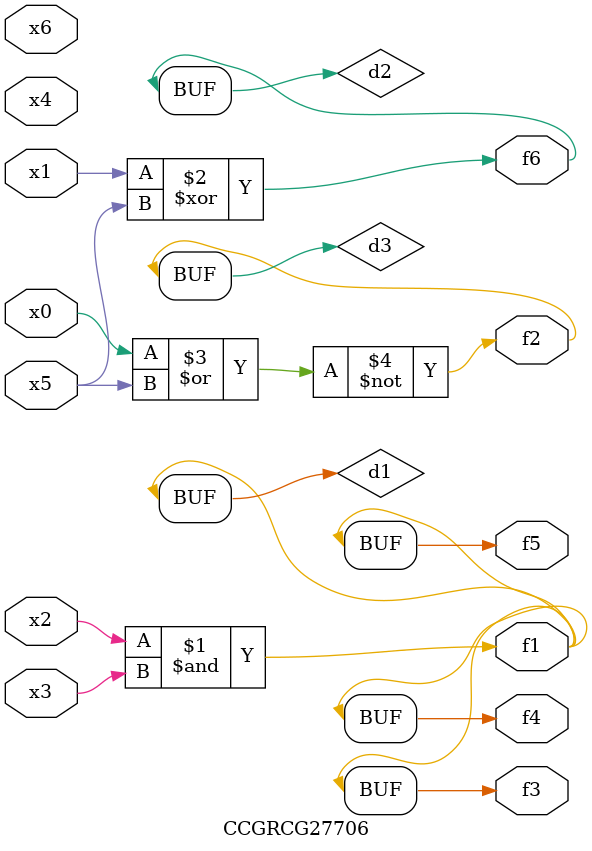
<source format=v>
module CCGRCG27706(
	input x0, x1, x2, x3, x4, x5, x6,
	output f1, f2, f3, f4, f5, f6
);

	wire d1, d2, d3;

	and (d1, x2, x3);
	xor (d2, x1, x5);
	nor (d3, x0, x5);
	assign f1 = d1;
	assign f2 = d3;
	assign f3 = d1;
	assign f4 = d1;
	assign f5 = d1;
	assign f6 = d2;
endmodule

</source>
